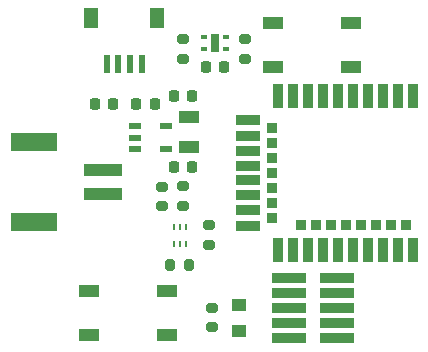
<source format=gbr>
%TF.GenerationSoftware,KiCad,Pcbnew,7.0.11-7.0.11~ubuntu22.04.1*%
%TF.CreationDate,2024-06-09T19:30:32+02:00*%
%TF.ProjectId,E73-2G4M08S1C-52840,4537332d-3247-4344-9d30-385331432d35,rev?*%
%TF.SameCoordinates,Original*%
%TF.FileFunction,Paste,Top*%
%TF.FilePolarity,Positive*%
%FSLAX46Y46*%
G04 Gerber Fmt 4.6, Leading zero omitted, Abs format (unit mm)*
G04 Created by KiCad (PCBNEW 7.0.11-7.0.11~ubuntu22.04.1) date 2024-06-09 19:30:32*
%MOMM*%
%LPD*%
G01*
G04 APERTURE LIST*
G04 Aperture macros list*
%AMRoundRect*
0 Rectangle with rounded corners*
0 $1 Rounding radius*
0 $2 $3 $4 $5 $6 $7 $8 $9 X,Y pos of 4 corners*
0 Add a 4 corners polygon primitive as box body*
4,1,4,$2,$3,$4,$5,$6,$7,$8,$9,$2,$3,0*
0 Add four circle primitives for the rounded corners*
1,1,$1+$1,$2,$3*
1,1,$1+$1,$4,$5*
1,1,$1+$1,$6,$7*
1,1,$1+$1,$8,$9*
0 Add four rect primitives between the rounded corners*
20,1,$1+$1,$2,$3,$4,$5,0*
20,1,$1+$1,$4,$5,$6,$7,0*
20,1,$1+$1,$6,$7,$8,$9,0*
20,1,$1+$1,$8,$9,$2,$3,0*%
G04 Aperture macros list end*
%ADD10R,1.250000X1.000000*%
%ADD11R,1.700000X1.000000*%
%ADD12RoundRect,0.200000X-0.275000X0.200000X-0.275000X-0.200000X0.275000X-0.200000X0.275000X0.200000X0*%
%ADD13R,0.700000X1.600000*%
%ADD14R,0.550000X0.350000*%
%ADD15R,0.280000X0.550000*%
%ADD16RoundRect,0.200000X0.275000X-0.200000X0.275000X0.200000X-0.275000X0.200000X-0.275000X-0.200000X0*%
%ADD17R,1.000000X0.600000*%
%ADD18RoundRect,0.200000X0.200000X0.275000X-0.200000X0.275000X-0.200000X-0.275000X0.200000X-0.275000X0*%
%ADD19RoundRect,0.225000X-0.225000X-0.250000X0.225000X-0.250000X0.225000X0.250000X-0.225000X0.250000X0*%
%ADD20RoundRect,0.225000X0.225000X0.250000X-0.225000X0.250000X-0.225000X-0.250000X0.225000X-0.250000X0*%
%ADD21R,1.200000X1.800000*%
%ADD22R,0.600000X1.550000*%
%ADD23R,1.700000X1.050000*%
%ADD24R,0.900000X2.000000*%
%ADD25R,0.900000X0.900000*%
%ADD26R,2.000000X0.900000*%
%ADD27R,4.000000X1.500000*%
%ADD28R,3.250000X1.000000*%
%ADD29R,3.000000X0.900000*%
G04 APERTURE END LIST*
D10*
%TO.C,LED1*%
X19500000Y-25400000D03*
X19500000Y-27600000D03*
%TD*%
D11*
%TO.C,RESET1*%
X6800000Y-24250000D03*
X13400000Y-24250000D03*
X6800000Y-27950000D03*
X13400000Y-27950000D03*
%TD*%
%TO.C,SW1*%
X22400000Y-1550000D03*
X29000000Y-1550000D03*
X22400000Y-5250000D03*
X29000000Y-5250000D03*
%TD*%
D12*
%TO.C,R9*%
X14750000Y-17000000D03*
X14750000Y-15350000D03*
%TD*%
D13*
%TO.C,U3*%
X17500000Y-3250000D03*
D14*
X16580000Y-3750000D03*
X16580000Y-2750000D03*
X18420000Y-2750000D03*
X18420000Y-3750000D03*
%TD*%
D15*
%TO.C,Q1*%
X15000000Y-20220000D03*
X14500000Y-20220000D03*
X14000000Y-20220000D03*
X14000000Y-18780000D03*
X14500000Y-18780000D03*
X15000000Y-18780000D03*
%TD*%
D16*
%TO.C,R4*%
X17250000Y-25675000D03*
X17250000Y-27325000D03*
%TD*%
D12*
%TO.C,R3*%
X17000000Y-20325000D03*
X17000000Y-18675000D03*
%TD*%
D17*
%TO.C,LDO1*%
X13300000Y-10300000D03*
X13300000Y-12200000D03*
X10700000Y-12200000D03*
X10700000Y-11250000D03*
X10700000Y-10300000D03*
%TD*%
D18*
%TO.C,R10*%
X13675000Y-22000000D03*
X15325000Y-22000000D03*
%TD*%
D19*
%TO.C,C5*%
X15525000Y-13750000D03*
X13975000Y-13750000D03*
%TD*%
D20*
%TO.C,C3*%
X16725000Y-5250000D03*
X18275000Y-5250000D03*
%TD*%
D16*
%TO.C,R6*%
X20000000Y-2925000D03*
X20000000Y-4575000D03*
%TD*%
D21*
%TO.C,CN2*%
X12600000Y-1160000D03*
X7000000Y-1160000D03*
D22*
X8300000Y-5040000D03*
X9300000Y-5040000D03*
X10300000Y-5040000D03*
X11300000Y-5040000D03*
%TD*%
D20*
%TO.C,C1*%
X7325000Y-8400000D03*
X8875000Y-8400000D03*
%TD*%
D16*
%TO.C,R7*%
X13000000Y-15425000D03*
X13000000Y-17075000D03*
%TD*%
%TO.C,R5*%
X14750000Y-2925000D03*
X14750000Y-4575000D03*
%TD*%
D23*
%TO.C,X2*%
X15250000Y-12020000D03*
X15250000Y-9480000D03*
%TD*%
D24*
%TO.C,U1*%
X34260000Y-20750000D03*
D25*
X33630000Y-18650000D03*
D24*
X32990000Y-20750000D03*
D25*
X32360000Y-18660000D03*
D24*
X31720000Y-20750000D03*
D25*
X31090000Y-18660000D03*
D24*
X30450000Y-20750000D03*
D25*
X29820000Y-18660000D03*
D24*
X29180000Y-20750000D03*
D25*
X28550000Y-18660000D03*
D24*
X27910000Y-20750000D03*
D25*
X27280000Y-18660000D03*
D24*
X26640000Y-20750000D03*
D25*
X26010000Y-18660000D03*
D24*
X25370000Y-20750000D03*
D25*
X24740000Y-18660000D03*
D24*
X24100000Y-20750000D03*
X22830000Y-20750000D03*
D26*
X20240000Y-18700000D03*
D25*
X22340000Y-18060000D03*
D26*
X20240000Y-17420000D03*
D25*
X22340000Y-16790000D03*
D26*
X20240000Y-16150000D03*
D25*
X22340000Y-15520000D03*
D26*
X20240000Y-14880000D03*
D25*
X22340000Y-14250000D03*
D26*
X20240000Y-13620000D03*
D25*
X22340000Y-12980000D03*
D26*
X20240000Y-12350000D03*
D25*
X22340000Y-11710000D03*
D26*
X20240000Y-11080000D03*
D25*
X22340000Y-10440000D03*
D26*
X20240000Y-9800000D03*
D24*
X22830000Y-7750000D03*
X24100000Y-7750000D03*
X25370000Y-7750000D03*
X26640000Y-7750000D03*
X27910000Y-7750000D03*
X29180000Y-7750000D03*
X30450000Y-7750000D03*
X31750000Y-7750000D03*
X32990000Y-7750000D03*
X34260000Y-7750000D03*
%TD*%
D27*
%TO.C,X1*%
X2147500Y-18410000D03*
X2147500Y-11590000D03*
D28*
X8027500Y-14000000D03*
X8027500Y-16000000D03*
%TD*%
D19*
%TO.C,C4*%
X15525000Y-7750000D03*
X13975000Y-7750000D03*
%TD*%
D29*
%TO.C,CN1*%
X27830000Y-28240000D03*
X23760000Y-28240000D03*
X27830000Y-26970000D03*
X23760000Y-26970000D03*
X27830000Y-25700000D03*
X23760000Y-25700000D03*
X27830000Y-24430000D03*
X23760000Y-24430000D03*
X27830000Y-23160000D03*
X23760000Y-23160000D03*
%TD*%
D20*
%TO.C,C2*%
X10825000Y-8400000D03*
X12375000Y-8400000D03*
%TD*%
M02*

</source>
